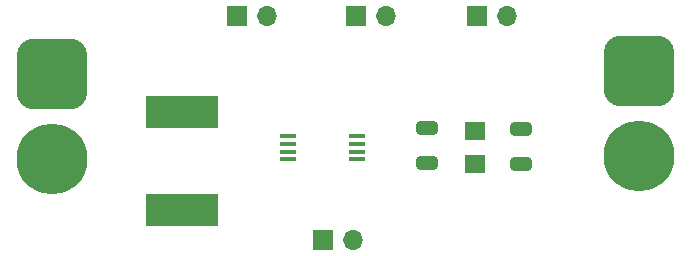
<source format=gts>
%TF.GenerationSoftware,KiCad,Pcbnew,7.0.2*%
%TF.CreationDate,2023-06-26T21:45:58-07:00*%
%TF.ProjectId,Current Sense Standalone,43757272-656e-4742-9053-656e73652053,rev?*%
%TF.SameCoordinates,Original*%
%TF.FileFunction,Soldermask,Top*%
%TF.FilePolarity,Negative*%
%FSLAX46Y46*%
G04 Gerber Fmt 4.6, Leading zero omitted, Abs format (unit mm)*
G04 Created by KiCad (PCBNEW 7.0.2) date 2023-06-26 21:45:58*
%MOMM*%
%LPD*%
G01*
G04 APERTURE LIST*
G04 Aperture macros list*
%AMRoundRect*
0 Rectangle with rounded corners*
0 $1 Rounding radius*
0 $2 $3 $4 $5 $6 $7 $8 $9 X,Y pos of 4 corners*
0 Add a 4 corners polygon primitive as box body*
4,1,4,$2,$3,$4,$5,$6,$7,$8,$9,$2,$3,0*
0 Add four circle primitives for the rounded corners*
1,1,$1+$1,$2,$3*
1,1,$1+$1,$4,$5*
1,1,$1+$1,$6,$7*
1,1,$1+$1,$8,$9*
0 Add four rect primitives between the rounded corners*
20,1,$1+$1,$2,$3,$4,$5,0*
20,1,$1+$1,$4,$5,$6,$7,0*
20,1,$1+$1,$6,$7,$8,$9,0*
20,1,$1+$1,$8,$9,$2,$3,0*%
G04 Aperture macros list end*
%ADD10R,1.473200X0.355600*%
%ADD11R,6.200000X2.700000*%
%ADD12R,1.800000X1.600000*%
%ADD13C,6.000000*%
%ADD14RoundRect,1.500000X-1.500000X1.500000X-1.500000X-1.500000X1.500000X-1.500000X1.500000X1.500000X0*%
%ADD15R,1.700000X1.700000*%
%ADD16O,1.700000X1.700000*%
%ADD17RoundRect,0.250000X-0.650000X0.325000X-0.650000X-0.325000X0.650000X-0.325000X0.650000X0.325000X0*%
G04 APERTURE END LIST*
D10*
X138938000Y-93980000D03*
X138938000Y-94629998D03*
X138938000Y-95280000D03*
X138938000Y-95929998D03*
X144780000Y-95929998D03*
X144780000Y-95280000D03*
X144780000Y-94629998D03*
X144780000Y-93980000D03*
D11*
X129959273Y-100248011D03*
X129959273Y-91948011D03*
D12*
X154783375Y-93509624D03*
X154783375Y-96309624D03*
D13*
X168674045Y-95661822D03*
D14*
X168674045Y-88461822D03*
D15*
X154940000Y-83820000D03*
D16*
X157480000Y-83820000D03*
D15*
X141928963Y-102738800D03*
D16*
X144468963Y-102738800D03*
D15*
X134620000Y-83820000D03*
D16*
X137160000Y-83820000D03*
D15*
X144765000Y-83820000D03*
D16*
X147305000Y-83820000D03*
D14*
X118980936Y-88710973D03*
D13*
X118980936Y-95910973D03*
D17*
X150741329Y-93263866D03*
X150741329Y-96213866D03*
X158693078Y-93354784D03*
X158693078Y-96304784D03*
M02*

</source>
